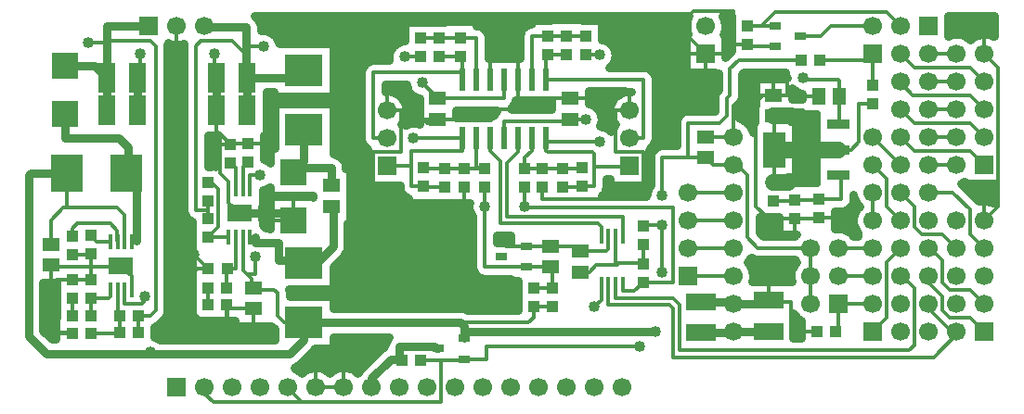
<source format=gtl>
G04 DipTrace 2.4.0.2*
%INTop.gbr*%
%MOIN*%
%ADD13C,0.013*%
%ADD14C,0.03*%
%ADD15C,0.025*%
%ADD16C,0.06*%
%ADD17C,0.04*%
%ADD18R,0.0591X0.0512*%
%ADD19R,0.0394X0.0433*%
%ADD20R,0.063X0.1063*%
%ADD21R,0.0433X0.0394*%
%ADD22R,0.0512X0.0591*%
%ADD23R,0.1063X0.063*%
%ADD25R,0.0945X0.0945*%
%ADD26R,0.0669X0.0669*%
%ADD27C,0.0669*%
%ADD28R,0.1161X0.1378*%
%ADD29R,0.1378X0.1161*%
%ADD31R,0.0413X0.0256*%
%ADD33R,0.0157X0.0551*%
%ADD34R,0.0866X0.0591*%
%ADD35R,0.0846X0.0374*%
%ADD36R,0.0846X0.128*%
%ADD37R,0.0236X0.0787*%
%FSLAX44Y44*%
G04*
G70*
G90*
G75*
G01*
%LNTop*%
%LPD*%
X33752Y15377D2*
D13*
Y14438D1*
X33690Y14376D1*
X28753Y6878D2*
D14*
X29878D1*
D13*
X29940Y6940D1*
X31190D2*
D14*
X29940D1*
X23443Y7834D2*
D13*
X22755D1*
X12328Y10316D2*
Y9116D1*
X12453Y8992D1*
X12629Y8816D1*
Y8565D1*
X12691Y8503D1*
X14504Y7253D2*
X13816D1*
X13567Y7503D1*
Y8315D1*
X13442Y8440D1*
X12754D1*
X12691Y8503D1*
X12584Y12048D2*
Y12566D1*
X12941D1*
X12754Y9628D2*
Y8992D1*
X12453D1*
X8078Y10173D2*
Y11116D1*
X7816Y11378D1*
X6003D1*
Y12628D1*
X5441Y10066D2*
Y10941D1*
X5878Y11378D1*
X6003D1*
X14504Y7253D2*
D14*
Y6627D1*
X14004Y6128D1*
X8941D1*
X5253D1*
X4628Y6753D1*
Y12566D1*
X4691Y12628D1*
X6003D1*
X20255Y6688D2*
Y6940D1*
Y7128D1*
X20130Y7253D1*
X14504D1*
X33752Y15377D2*
D13*
Y15946D1*
X33694Y16004D1*
X32506D1*
X32444Y16066D1*
X22755Y7834D2*
Y7440D1*
X22568Y7253D1*
X20130D1*
X27131Y6940D2*
D14*
X20255D1*
X8078Y8440D2*
D13*
Y7940D1*
X8691D1*
X8816Y8065D1*
Y8190D1*
X9004Y6190D2*
X8941Y6128D1*
X21692Y13879D2*
Y14504D1*
X24005D1*
X24067Y14566D1*
X8566Y7503D2*
Y6878D1*
X7441Y16066D2*
D14*
Y14879D1*
X5941Y16504D2*
X7003D1*
X7441Y16066D1*
Y17379D1*
D13*
X9004D1*
X9191Y17191D1*
Y7690D1*
X9004Y7503D1*
X8566D1*
X7441Y17379D2*
D14*
Y17940D1*
X8940D1*
X24067Y14566D2*
D13*
X24630D1*
X6753Y17316D2*
X7378D1*
Y16128D1*
X7441Y16066D1*
X13940Y4940D2*
Y4879D1*
X14442Y4378D1*
X19442D1*
Y5878D1*
X18692D1*
X19442D2*
X20255D1*
Y5940D1*
X29940Y12940D2*
X29190D1*
X28940Y13190D1*
X32690Y7940D2*
Y8940D1*
Y9940D1*
X30815D1*
X30440Y10315D1*
Y12565D1*
X30065Y12940D1*
X29940D1*
X28940Y13190D2*
X28318D1*
Y14440D1*
X29440D1*
X29690Y14690D1*
Y15315D1*
X29815Y15440D1*
Y16377D1*
X30128Y16690D1*
X32378D1*
X28318Y13190D2*
X27380D1*
Y11816D1*
Y10753D2*
X26711D1*
X26693Y10735D1*
X10940Y4940D2*
Y4691D1*
X11254Y4378D1*
X14442D1*
X20255Y5940D2*
X21067D1*
Y6378D1*
X26568D1*
X27380Y9066D2*
Y10753D1*
X19317Y15314D2*
X21692D1*
Y16005D1*
X12481Y16066D2*
D14*
Y14879D1*
Y16066D2*
X14234D1*
D13*
X14504Y16336D1*
X11066Y11628D2*
Y11296D1*
Y10985D1*
Y11296D2*
X10629D1*
Y17191D1*
X10816Y17379D1*
X11941D1*
X12441Y16879D1*
D14*
Y16106D1*
D13*
X12481Y16066D1*
X12441Y16879D2*
D14*
Y17191D1*
Y17879D1*
X11001D1*
D13*
X10940Y17940D1*
X19317Y15314D2*
Y15316D1*
X18755Y15879D1*
X13066Y17191D2*
X12441D1*
X36940Y16940D2*
X37940D1*
X35940D2*
X36440Y16440D1*
X38440D1*
X38940Y15940D1*
X36940D2*
X37940D1*
X35940D2*
Y15878D1*
X36378Y15440D1*
X38440D1*
X38940Y14940D1*
X36940D2*
X37940D1*
X35940D2*
X36440Y14440D1*
X38440D1*
X38940Y13940D1*
X36940D2*
X37940D1*
X35940D2*
X36440Y13440D1*
X38440D1*
X38940Y12940D1*
X36940D2*
X37940D1*
X36940Y11940D2*
X37815D1*
X38440Y11315D1*
Y10440D1*
X38940Y9940D1*
X35940Y11940D2*
X36440Y11440D1*
Y10690D1*
X36690Y10440D1*
X37440D1*
X37940Y9940D1*
X36940D2*
X37003D1*
X37440Y9503D1*
Y8690D1*
X37690Y8440D1*
X38440D1*
X38940Y7940D1*
X24943Y7815D2*
X25193Y8065D1*
Y8628D1*
X21192Y13879D2*
Y13441D1*
X21567Y13066D1*
Y10816D1*
X25068D1*
X25193Y10691D1*
Y10360D1*
X25960D2*
Y11066D1*
X21817D1*
Y13003D1*
X22192Y13378D1*
Y13878D1*
Y13879D1*
X32127Y11002D2*
X32984D1*
X33002Y11021D1*
X31377Y15438D2*
X31877D1*
X32543D1*
Y15377D1*
X33003D1*
X28753Y7980D2*
D14*
X29900D1*
D13*
X29940Y7940D1*
D14*
X31088D1*
D13*
X31190Y8042D1*
X29940Y13940D2*
X28942D1*
X28940Y13938D1*
X32940Y6940D2*
X32128D1*
X32003Y7065D1*
Y8002D1*
X31230D1*
X31190Y8042D1*
X31877Y15438D2*
Y15940D1*
X30815D1*
X29940Y15065D1*
Y13940D1*
X31440Y17192D2*
X30519D1*
X30440Y17271D1*
X31377Y15438D2*
X31001D1*
X30752Y15190D1*
Y11440D1*
X31190Y11002D1*
X32127D1*
X38940Y16940D2*
X39440Y16440D1*
Y11440D1*
X38940Y10940D1*
X30440Y17271D2*
X29940D1*
Y18442D1*
X28506D1*
X28381Y18317D1*
Y17499D1*
X28940Y16940D1*
X25449Y10360D2*
Y9884D1*
X25380Y9816D1*
X24445D1*
X24443Y9814D1*
X22505Y10001D2*
X23380D1*
X24443D1*
Y9814D1*
X24067Y15314D2*
X22257D1*
X22192Y15379D1*
Y16004D1*
Y16005D1*
X19317Y14566D2*
X20192D1*
X20567Y14941D1*
X21942D1*
X22257Y15256D1*
Y15314D1*
X21192Y16005D2*
Y17504D1*
X22192D1*
Y16005D1*
X23067Y12129D2*
Y11691D1*
X26693D1*
Y13395D1*
X25693D1*
Y14879D1*
X26192D1*
X17504Y14878D2*
X18005D1*
Y13391D1*
X17004D1*
Y11628D1*
X20380D1*
X20255D1*
Y12129D1*
X19317Y14566D2*
Y14441D1*
X18942D1*
X18505Y14878D1*
X17504D1*
X24067Y15314D2*
X25070D1*
X25505Y14879D1*
X26192D1*
X12200Y11182D2*
D14*
X13888D1*
D13*
X14129Y10941D1*
X11816Y12048D2*
Y11566D1*
X12200Y11182D1*
X11379Y16066D2*
D14*
Y14879D1*
X12504Y13691D2*
D13*
X11897D1*
X11879Y13673D1*
X11379Y14879D2*
Y14173D1*
X11879Y13673D1*
X11816Y12048D2*
Y12316D1*
X11504Y12628D1*
Y14073D1*
X11879Y13673D1*
X11085Y9191D2*
X10691D1*
X10566Y9066D1*
Y7565D1*
X10754Y7378D1*
X11691D1*
X11754Y7440D1*
Y7860D1*
X11736Y7878D1*
X12691Y7755D2*
X11859D1*
X11736Y7878D1*
X6191Y9690D2*
X6860D1*
X6878Y9709D1*
Y9253D1*
Y8797D1*
X6191Y8779D2*
X6860D1*
X6878Y8797D1*
Y9253D2*
X8003D1*
X7950Y9307D1*
X8334Y8440D2*
Y8923D1*
X7950Y9307D1*
X5441Y9318D2*
X5626D1*
X5691Y9253D1*
X6878D1*
X5441Y9318D2*
Y6878D1*
X6173D1*
X6191Y6860D1*
X8543Y16066D2*
D14*
Y14879D1*
X15940Y4940D2*
D13*
X14940D1*
X8543Y16066D2*
X8629D1*
Y16941D1*
X11379Y16066D2*
X11316D1*
Y16941D1*
X7950Y9307D2*
D3*
X12191Y11191D2*
D3*
X11085Y9191D2*
X11066D1*
X10566Y9691D1*
X12691Y6690D2*
Y7755D1*
X16940Y9440D2*
X20380D1*
Y10253D1*
Y11628D1*
X22505Y10001D2*
X21757D1*
X21505Y10253D1*
X31440Y17940D2*
X30940D1*
X30440D1*
X35940D2*
X35440Y18440D1*
X31440D1*
X30940Y17940D1*
X31407Y13471D2*
Y12326D1*
X31377Y12297D1*
X31407Y13471D2*
Y14661D1*
X31377Y14690D1*
X33690Y13471D2*
X34158D1*
X34440Y13753D1*
Y15127D1*
X34940D1*
X31407Y13471D2*
X33690D1*
X36940Y8940D2*
X36690D1*
X37440Y8190D1*
Y7690D1*
X37690Y7440D1*
X38440D1*
X38940Y6940D1*
X25705Y8628D2*
Y8128D1*
X27756D1*
X28006Y7878D1*
Y6252D1*
X36252D1*
X36440Y6440D1*
Y8503D1*
X35940Y9003D1*
Y8940D1*
X8334Y10173D2*
X8504Y10191D1*
D14*
Y12274D1*
X8149Y12628D1*
X5941Y14772D2*
Y13879D1*
X7878D1*
X8191Y13566D1*
Y12670D1*
X8149Y12628D1*
X6860Y6860D2*
D13*
X7878D1*
X7897Y6878D1*
Y7503D2*
Y6878D1*
X7822Y8440D2*
Y7578D1*
X7897Y7503D1*
X7566Y8440D2*
Y8190D1*
X7503Y8128D1*
X6878D1*
Y7485D1*
X6191Y8110D2*
Y7503D1*
X6209Y7485D1*
X14504Y9399D2*
D14*
X14962D1*
X15567Y10003D1*
Y11378D1*
X15504Y11441D1*
X12584Y10316D2*
D13*
X12754D1*
D14*
Y10128D1*
X13618D1*
Y9503D1*
X14399D1*
X14504Y9399D1*
X7566Y10173D2*
D13*
X7084D1*
X6878Y10378D1*
X6191Y10360D2*
Y10628D1*
X6378Y10815D1*
X7566D1*
X7816Y10565D1*
Y10179D1*
X7822Y10173D1*
X15504Y12189D2*
D14*
Y12816D1*
X13986D1*
X14129Y12673D1*
X14504Y14191D2*
Y13048D1*
X14129Y12673D1*
X11816Y10316D2*
D13*
X11066D1*
Y12298D2*
X11210D1*
X11441Y12066D1*
Y10691D1*
X11066Y10316D1*
X12072D2*
Y9196D1*
X12066Y9191D1*
X11754D1*
X11736Y8503D2*
Y9172D1*
X11754Y9191D1*
X11066Y8503D2*
Y7878D1*
X12072Y12048D2*
Y12810D1*
X11879Y13003D1*
X12328Y12048D2*
Y12846D1*
X12504Y13022D1*
X31377Y11628D2*
X32127D1*
Y11672D1*
X32984D1*
X33002Y11690D1*
X33815D1*
Y12440D1*
X33690Y12565D1*
X34940Y17940D2*
X33440D1*
X33066Y17566D1*
X32346D1*
X26693Y10066D2*
Y9360D1*
X25705Y10360D2*
Y9378D1*
X26755D1*
X26774Y9360D1*
X26693D1*
X24443Y9065D2*
X24755D1*
X25005Y9316D1*
X25767D1*
X25705Y9378D1*
X34940Y15797D2*
Y16940D1*
X33047Y16690D2*
X34690D1*
X34940Y16940D1*
X20692Y13879D2*
Y12878D1*
X20755Y12816D1*
X20987D1*
X21005Y12798D1*
X20255D2*
X20768D1*
X20755Y12816D1*
X20255Y12798D2*
X19567D1*
X18835D1*
X18817Y12816D1*
X22692Y13879D2*
Y13441D1*
X22442Y13191D1*
Y12798D1*
X23067D1*
X23817D1*
X24487D1*
X24505Y12816D1*
X20692Y16005D2*
Y17504D1*
X20130D1*
X19398D1*
X19380Y17486D1*
X18692D1*
X23943Y17566D2*
X23273D1*
X23255Y17548D1*
X22711D1*
X22692Y17566D1*
Y16005D1*
X24630Y17548D2*
X23961D1*
X23943Y17566D1*
X28318Y8941D2*
X29940D1*
Y8940D1*
X28318Y9941D2*
X29940D1*
Y9940D1*
X28318Y10941D2*
X29940D1*
Y10940D1*
X28318Y11941D2*
X29940D1*
Y11940D1*
X34940Y7940D2*
X33690D1*
Y7021D1*
X33609Y6940D1*
X34940Y8940D2*
X33690D1*
X34940Y9940D2*
X33690D1*
X34940Y11940D2*
Y10940D1*
X25960Y8628D2*
Y8378D1*
X26380D1*
X26693Y8690D1*
X22755Y8503D2*
X23443D1*
Y9253D1*
X22505D1*
X23380D1*
X22505D2*
X21005D1*
Y11441D1*
Y12129D1*
X26693Y8690D2*
X27756D1*
Y11378D1*
X22505D1*
X22442Y11441D1*
Y12128D1*
Y12129D1*
X36940Y7940D2*
X36753D1*
X37753Y6940D1*
X37940D1*
X25449Y8628D2*
Y7878D1*
X27631D1*
X27756Y7753D1*
Y6003D1*
X37128D1*
X37940Y6815D1*
Y6940D1*
X18023Y5878D2*
D14*
Y5940D1*
X17629D1*
X16940Y5251D1*
Y4940D1*
X19349Y6314D2*
X19256D1*
X19192Y6378D1*
X17942D1*
Y5878D1*
X18023D1*
X19567Y12129D2*
D13*
X18835D1*
X18817Y12147D1*
X18380D1*
Y12878D1*
Y13441D1*
X20192D1*
Y13879D1*
X17504Y12878D2*
X18380D1*
X18692Y16816D2*
X18130D1*
X18442Y13879D2*
X20192D1*
Y16005D2*
Y16772D1*
X20130Y16835D1*
X19398D1*
X19380Y16816D1*
X17504Y13878D2*
X17004D1*
Y16254D1*
X20192D1*
Y16005D1*
X23817Y12129D2*
X24487D1*
X24505Y12147D1*
X24943D1*
Y12850D1*
Y13316D1*
X24880Y13378D1*
X23255D1*
X23193Y13441D1*
Y13878D1*
X23192Y13879D1*
X24943Y12850D2*
X26164D1*
X26192Y12879D1*
X24630Y16879D2*
X25130D1*
Y13754D2*
X23192D1*
Y13879D1*
Y16005D2*
Y16816D1*
X23255Y16879D1*
X23924D1*
X23943Y16897D1*
X26192Y13879D2*
X26693D1*
Y16005D1*
X23192D1*
X34940Y13940D2*
X35940Y12940D1*
Y9940D2*
X35440Y9440D1*
Y7440D1*
X34940Y6940D1*
Y12940D2*
X35440Y12440D1*
Y11440D1*
X35940Y10940D1*
D17*
X12941Y12566D3*
X12754Y9628D3*
X32444Y16066D3*
X27131Y6940D3*
X8816Y8190D3*
X9004Y6190D3*
X24630Y14566D3*
X6753Y17316D3*
X27380Y11816D3*
Y10753D3*
X26568Y6378D3*
X27380Y9066D3*
Y10753D3*
X18755Y15879D3*
X13066Y17191D3*
X24943Y7815D3*
X8629Y16941D3*
X11316D3*
X7950Y9307D3*
X12191Y11191D3*
X10566Y9691D3*
X12691Y6690D3*
X16940Y9440D3*
X21505Y10253D3*
X20380D3*
X21005Y11441D3*
X22442D3*
X18130Y16816D3*
X18442Y13879D3*
X25130Y16879D3*
Y13754D3*
X9940Y15940D3*
Y15440D3*
Y14940D3*
Y14440D3*
Y13940D3*
Y13440D3*
Y12940D3*
Y12440D3*
Y11940D3*
Y11440D3*
Y10940D3*
Y10440D3*
Y9940D3*
Y9440D3*
Y8940D3*
X16440Y15940D3*
Y15440D3*
Y14940D3*
Y14440D3*
Y13940D3*
Y13440D3*
Y12940D3*
Y12440D3*
Y11940D3*
Y11440D3*
Y10940D3*
Y10440D3*
Y9940D3*
Y9440D3*
Y8940D3*
X32256Y14504D3*
Y14004D3*
Y13504D3*
Y13004D3*
X32819Y14504D3*
Y14004D3*
Y13504D3*
Y13004D3*
X32256Y12503D3*
X32819D3*
X31381Y13754D3*
Y13254D3*
X32033Y14566D2*
D15*
X32905D1*
X32190Y14318D2*
X32905D1*
X32190Y14069D2*
X32905D1*
X32190Y13820D2*
X32905D1*
X32190Y13572D2*
X32905D1*
X32190Y13323D2*
X32905D1*
X32190Y13074D2*
X32905D1*
X32190Y12825D2*
X32905D1*
X32190Y12577D2*
X32905D1*
X31936Y12328D2*
X32905D1*
X32934Y14747D2*
X32413D1*
Y14814D1*
X32006Y14815D1*
X32008Y14446D1*
X32165Y14445D1*
Y12496D1*
X31909D1*
Y12252D1*
X32928D1*
X32932Y12793D1*
X32936Y13087D1*
X32932Y13199D1*
Y14749D1*
X31377Y14690D2*
D16*
X32007D1*
X31377Y12297D2*
X31909D1*
X32932Y13471D2*
X33690D1*
X31407D2*
X32164D1*
X12972Y17991D2*
D14*
X18104D1*
X20719D2*
X22623D1*
X25218D2*
X28217D1*
X29663D2*
X29853D1*
X37668D2*
X39261D1*
X13349Y17693D2*
X18104D1*
X21104D2*
X22254D1*
X25218D2*
X28258D1*
X29622D2*
X29853D1*
X37668D2*
X39261D1*
X13620Y17394D2*
X18104D1*
X21149D2*
X22238D1*
X25386D2*
X28213D1*
X29667D2*
X29853D1*
X9650Y17095D2*
X10172D1*
X15584D2*
X17612D1*
X21149D2*
X22238D1*
X25677D2*
X28213D1*
X29667D2*
X29853D1*
X9650Y16797D2*
X10172D1*
X15584D2*
X17538D1*
X21149D2*
X22238D1*
X25718D2*
X28213D1*
X9650Y16498D2*
X10172D1*
X15584D2*
X16623D1*
X25574D2*
X28213D1*
X9650Y16199D2*
X10172D1*
X15584D2*
X16549D1*
X27104D2*
X29357D1*
X30270D2*
X31768D1*
X9650Y15900D2*
X10172D1*
X15584D2*
X16549D1*
X27149D2*
X29357D1*
X30270D2*
X30690D1*
X9650Y15602D2*
X10172D1*
X15584D2*
X16549D1*
X17462D2*
X18235D1*
X27149D2*
X29345D1*
X30270D2*
X30690D1*
X9650Y15303D2*
X10172D1*
X13189D2*
X16549D1*
X18086D2*
X18629D1*
X24754D2*
X25609D1*
X27149D2*
X29234D1*
X30250D2*
X30690D1*
X32066D2*
X32355D1*
X9650Y15004D2*
X10172D1*
X13189D2*
X13424D1*
X15584D2*
X16549D1*
X18221D2*
X18629D1*
X22015D2*
X23382D1*
X25012D2*
X25477D1*
X27149D2*
X29234D1*
X30147D2*
X30678D1*
X9650Y14706D2*
X10172D1*
X13189D2*
X13424D1*
X15584D2*
X16549D1*
X18209D2*
X18629D1*
X20005D2*
X21286D1*
X25205D2*
X25486D1*
X27149D2*
X27954D1*
X30147D2*
X30673D1*
X9650Y14407D2*
X10172D1*
X13189D2*
X13424D1*
X15584D2*
X16549D1*
X18049D2*
X18223D1*
X25201D2*
X25650D1*
X27149D2*
X27860D1*
X9650Y14108D2*
X10172D1*
X13189D2*
X13424D1*
X15584D2*
X16549D1*
X27149D2*
X27860D1*
X9650Y13810D2*
X10172D1*
X11085D2*
X11292D1*
X13091D2*
X13424D1*
X15584D2*
X16554D1*
X27145D2*
X27860D1*
X9650Y13511D2*
X10172D1*
X11085D2*
X11292D1*
X13091D2*
X13424D1*
X15584D2*
X16759D1*
X9650Y13212D2*
X10172D1*
X11085D2*
X11292D1*
X13091D2*
X13264D1*
X15859D2*
X16779D1*
X9650Y12914D2*
X10172D1*
X11085D2*
X11292D1*
X16035D2*
X16779D1*
X9650Y12615D2*
X10172D1*
X16191D2*
X16779D1*
X9650Y12316D2*
X10172D1*
X16191D2*
X16779D1*
X9650Y12018D2*
X10172D1*
X13095D2*
X13264D1*
X16191D2*
X17944D1*
X25382D2*
X26827D1*
X38370D2*
X39261D1*
X9650Y11719D2*
X10172D1*
X13054D2*
X13264D1*
X16191D2*
X18227D1*
X38669D2*
X39261D1*
X9650Y11420D2*
X10172D1*
X13054D2*
X13264D1*
X16191D2*
X20413D1*
X34174D2*
X34405D1*
X9650Y11121D2*
X10209D1*
X13025D2*
X13264D1*
X16191D2*
X20511D1*
X33592D2*
X34237D1*
X9650Y10823D2*
X10476D1*
X13054D2*
X13264D1*
X16191D2*
X20548D1*
X30897D2*
X31539D1*
X33592D2*
X34225D1*
X9650Y10524D2*
X10476D1*
X16109D2*
X20548D1*
X30897D2*
X31539D1*
X34100D2*
X34352D1*
X9650Y10225D2*
X10476D1*
X16109D2*
X20548D1*
X21461D2*
X21905D1*
X9650Y9927D2*
X10476D1*
X16101D2*
X20548D1*
X9650Y9628D2*
X10476D1*
X15945D2*
X20548D1*
X9650Y9329D2*
X10476D1*
X15646D2*
X20548D1*
X30549D2*
X32084D1*
X9650Y9031D2*
X10459D1*
X15584D2*
X20609D1*
X30660D2*
X31969D1*
X9650Y8732D2*
X10459D1*
X15584D2*
X22168D1*
X30635D2*
X31994D1*
X5172Y8433D2*
X5604D1*
X9650D2*
X10459D1*
X14005D2*
X22168D1*
X5172Y8135D2*
X5604D1*
X9650D2*
X10459D1*
X15584D2*
X22168D1*
X5172Y7836D2*
X5600D1*
X9650D2*
X10459D1*
X15584D2*
X22168D1*
X5172Y7537D2*
X5600D1*
X9621D2*
X10459D1*
X5172Y7239D2*
X5583D1*
X9371D2*
X12005D1*
X32111D2*
X32330D1*
X5196Y6940D2*
X5583D1*
X9174D2*
X13424D1*
X32111D2*
X32330D1*
X9367Y6641D2*
X13424D1*
X15584D2*
X17472D1*
X15584Y6342D2*
X17284D1*
X14674Y6044D2*
X16980D1*
X14374Y5745D2*
X16681D1*
X9144Y7096D2*
Y6736D1*
X9235Y6702D1*
X9337Y6641D1*
X13456Y6640D1*
X13453Y7012D1*
X13322Y7137D1*
X12034D1*
Y7320D1*
X10488Y7319D1*
X10492Y8437D1*
X10488Y8863D1*
Y9062D1*
X10508D1*
X10506Y9550D1*
X10507Y10884D1*
X10382Y10947D1*
X10288Y11038D1*
X10226Y11153D1*
X10202Y11296D1*
X10205Y17239D1*
X10189Y17289D1*
X10063Y17254D1*
X9932Y17243D1*
X9802Y17257D1*
X9676Y17295D1*
X9637Y17313D1*
Y17243D1*
X9616D1*
X9618Y13648D1*
Y7690D1*
X9598Y7561D1*
X9537Y7441D1*
X9400Y7296D1*
X9306Y7201D1*
X9196Y7123D1*
X9156Y7105D1*
X9144Y6944D1*
X9140D1*
X5632Y8200D2*
X5633Y8700D1*
X5141D1*
X5140Y6968D1*
X5463Y6642D1*
X5612D1*
Y7419D1*
X5631D1*
X5635Y8044D1*
X5632Y8688D1*
Y8700D1*
X11320Y12872D2*
X11324Y13582D1*
X11320Y13672D1*
Y13986D1*
X11056Y13985D1*
Y12873D1*
X11324Y12876D1*
X16161Y12058D2*
Y10823D1*
X16075D1*
X16079Y10003D1*
X16062Y9873D1*
X16013Y9752D1*
X15929Y9641D1*
X15555Y9267D1*
Y8456D1*
X13968D1*
X13993Y8344D1*
Y8197D1*
X15555Y8196D1*
Y7765D1*
X20130D1*
X20259Y7748D1*
X20384Y7697D1*
X20337Y7721D1*
X20523Y7680D1*
X22192D1*
X22196Y8412D1*
Y8765D1*
X21936Y8763D1*
Y8825D1*
X21005Y8826D1*
X20876Y8846D1*
X20758Y8904D1*
X20665Y8995D1*
X20602Y9110D1*
X20578Y9253D1*
Y11078D1*
X20532Y11136D1*
X20475Y11254D1*
X20446Y11381D1*
X20447Y11512D1*
X20456Y11548D1*
X19816Y11550D1*
X19008D1*
Y11570D1*
X18258Y11568D1*
Y11736D1*
X18133Y11798D1*
X18039Y11889D1*
X17977Y12004D1*
X17953Y12147D1*
Y12184D1*
X16808Y12182D1*
Y13502D1*
X16770Y13521D1*
X16673Y13609D1*
X16607Y13722D1*
X16577Y13878D1*
Y16254D1*
X16597Y16383D1*
X16656Y16500D1*
X16746Y16594D1*
X16861Y16656D1*
X17004Y16681D1*
X17583D1*
X17571Y16757D1*
X17572Y16888D1*
X17604Y17015D1*
X17664Y17131D1*
X17749Y17230D1*
X17856Y17307D1*
X17977Y17357D1*
X18134Y17376D1*
X18137Y17395D1*
X18133Y17826D1*
Y18064D1*
X19251Y18060D1*
X19346Y18064D1*
X19571D1*
Y18082D1*
X20689D1*
X20692Y17931D1*
X20821Y17911D1*
X20939Y17853D1*
X21033Y17762D1*
X21095Y17647D1*
X21119Y17504D1*
Y16762D1*
X21172Y16756D1*
X21290Y16760D1*
X22266D1*
Y17566D1*
X22286Y17696D1*
X22344Y17813D1*
X22435Y17907D1*
X22550Y17969D1*
X22682Y17993D1*
X22696Y18019D1*
Y18127D1*
X23381D1*
X23384Y18145D1*
X24501D1*
Y18124D1*
X25189Y18127D1*
Y17437D1*
X25362Y17391D1*
X25474Y17323D1*
X25568Y17232D1*
X25637Y17121D1*
X25680Y16997D1*
X25692Y16879D1*
X25677Y16749D1*
X25632Y16626D1*
X25560Y16517D1*
X25467Y16430D1*
X26693Y16431D1*
X26822Y16411D1*
X26939Y16353D1*
X27033Y16262D1*
X27095Y16147D1*
X27120Y16005D1*
Y13879D1*
X27100Y13749D1*
X27042Y13632D1*
X26959Y13545D1*
X26889Y13444D1*
Y12182D1*
X25496D1*
Y12424D1*
X25372Y12423D1*
X25370Y12147D1*
X25350Y12018D1*
X25292Y11901D1*
X25209Y11813D1*
X25392Y11805D1*
X26815D1*
X26823Y11887D1*
X26855Y12014D1*
X26915Y12131D1*
X26955Y12177D1*
X26954Y13190D1*
X26974Y13319D1*
X27032Y13436D1*
X27123Y13530D1*
X27238Y13592D1*
X27380Y13617D1*
X27893D1*
X27891Y14440D1*
X27911Y14569D1*
X27969Y14686D1*
X28060Y14780D1*
X28175Y14842D1*
X28318Y14867D1*
X29265D1*
X29263Y15315D1*
X29283Y15444D1*
X29358Y15583D1*
X29391Y15620D1*
X29388Y16240D1*
X29243Y16243D1*
X28243D1*
Y17637D1*
X28313D1*
X28278Y17724D1*
X28249Y17851D1*
X28245Y17982D1*
X28265Y18112D1*
X28309Y18235D1*
X28340Y18288D1*
X23954Y18290D1*
X12746D1*
X12785Y18258D1*
X12870Y18159D1*
X12927Y18041D1*
X12953Y17879D1*
Y17744D1*
X13043Y17753D1*
X13173Y17743D1*
X13298Y17703D1*
X13410Y17636D1*
X13504Y17544D1*
X13574Y17434D1*
X13619Y17276D1*
X15555Y17279D1*
Y15394D1*
X13453D1*
X13446Y15554D1*
X13155D1*
X13158Y15173D1*
Y13985D1*
X13063Y13981D1*
Y13112D1*
X13173Y13078D1*
X13294Y13002D1*
Y13507D1*
X13453Y13510D1*
Y15133D1*
X15555D1*
Y13325D1*
X15617Y13315D1*
X15740Y13270D1*
X15848Y13195D1*
X15933Y13096D1*
X15989Y12978D1*
X16016Y12804D1*
X16161Y12807D1*
X16157Y11571D1*
X14847Y11772D2*
Y11837D1*
X13294Y11838D1*
Y12130D1*
X13162Y12049D1*
X13024Y12011D1*
X13025Y11410D1*
X12996D1*
X12995Y10952D1*
X13025Y10953D1*
Y10752D1*
X13148Y10642D1*
X13291Y10640D1*
X13294Y10867D1*
Y11775D1*
X14847D1*
X32386Y15302D2*
Y15507D1*
X32279Y15529D1*
X32159Y15582D1*
X32036Y15683D1*
X32035Y15304D1*
X32390Y15302D1*
X30720Y15052D2*
X30724Y15308D1*
X30720Y15398D1*
Y16056D1*
X31882D1*
X31799Y16131D1*
Y16266D1*
X30934Y16263D1*
X30306D1*
X30241Y16200D1*
X30242Y15440D1*
X30222Y15311D1*
X30147Y15172D1*
X30114Y15135D1*
X30115Y14646D1*
X30120Y14613D1*
X30243Y14568D1*
X30355Y14500D1*
X30452Y14412D1*
X30532Y14308D1*
X30590Y14191D1*
X30621Y14085D1*
Y14472D1*
X30699D1*
X30703Y14883D1*
X30715Y15030D1*
X30720Y15161D1*
Y15319D1*
X32188Y10424D2*
X31569D1*
Y11050D1*
X30867Y11049D1*
Y10494D1*
X30994Y10365D1*
X32140Y10367D1*
X19974Y14888D2*
X19975Y14634D1*
X20672Y14630D1*
X21106Y14634D1*
X21172Y14630D1*
X21335Y14738D1*
X21438Y14846D1*
X21430Y14887D1*
X19974Y14882D1*
X19970Y14696D1*
X18660Y14397D2*
Y15324D1*
X18590Y15341D1*
X18470Y15394D1*
X18366Y15473D1*
X18282Y15574D1*
X18225Y15692D1*
X18196Y15823D1*
X17432Y15827D1*
X17431Y15569D1*
X17529Y15575D1*
X17659Y15558D1*
X17783Y15517D1*
X17898Y15453D1*
X17998Y15370D1*
X18082Y15268D1*
X18145Y15153D1*
X18185Y15029D1*
X18201Y14899D1*
X18193Y14774D1*
X18161Y14647D1*
X18106Y14528D1*
X18030Y14421D1*
X17989Y14378D1*
X18168Y14369D1*
X18289Y14419D1*
X18418Y14440D1*
X18549Y14430D1*
X18662Y14394D1*
X24724Y15184D2*
X24725Y15122D1*
X24862Y15078D1*
X24974Y15011D1*
X25068Y14919D1*
X25137Y14808D1*
X25180Y14684D1*
X25192Y14566D1*
X25177Y14436D1*
X25133Y14317D1*
X25237Y14305D1*
X25362Y14266D1*
X25474Y14198D1*
X25541Y14132D1*
X25628Y14287D1*
X25706Y14376D1*
X25609Y14497D1*
X25548Y14613D1*
X25510Y14738D1*
X25496Y14868D1*
X25506Y14999D1*
X25541Y15125D1*
X25599Y15243D1*
X25677Y15348D1*
X25774Y15436D1*
X25886Y15504D1*
X26009Y15551D1*
X26138Y15573D1*
X26266Y15571D1*
X25906Y15578D1*
X24720D1*
X24725Y15486D1*
Y15119D1*
X23410Y14928D2*
X23414Y15184D1*
X23410Y15249D1*
X22712Y15253D1*
X22462Y15249D1*
X22114D1*
X22103Y15199D1*
X22049Y15080D1*
X21947Y14972D1*
X21955Y14931D1*
X23410Y14932D1*
Y15195D1*
X23172Y15249D1*
X22212Y15253D1*
X22111Y15249D1*
X22099Y15185D1*
X22041Y15068D1*
X21950Y14974D1*
X32083Y7596D2*
Y6678D1*
X32365Y6679D1*
X32361Y6854D1*
X32355Y7329D1*
X32247Y7403D1*
X32154Y7495D1*
X32083Y7591D1*
Y7365D1*
X30601Y8719D2*
X32028Y8724D1*
X31999Y8851D1*
X31995Y8982D1*
X32015Y9112D1*
X32059Y9235D1*
X32125Y9348D1*
X32204Y9437D1*
X32142Y9512D1*
X30815Y9513D1*
X30686Y9533D1*
X30566Y9594D1*
X30528Y9567D1*
X30420Y9439D1*
X30502Y9351D1*
X30569Y9239D1*
X30614Y9116D1*
X30637Y8940D1*
X30624Y8810D1*
X30598Y8719D1*
X37637Y18288D2*
Y17566D1*
X37808Y17624D1*
X37938Y17637D1*
X38068Y17625D1*
X38194Y17589D1*
X38311Y17529D1*
X38440Y17422D1*
X38501Y17481D1*
X38610Y17554D1*
X38731Y17605D1*
X38859Y17632D1*
X38990Y17635D1*
X39120Y17613D1*
X39243Y17568D1*
X39290Y17543D1*
Y18289D1*
X37640Y18290D1*
X33562Y10624D2*
X33688Y10637D1*
X33818Y10625D1*
X33944Y10589D1*
X34061Y10529D1*
X34165Y10449D1*
X34239Y10367D1*
X34391D1*
X34404Y10495D1*
X34330Y10603D1*
X34278Y10724D1*
X34249Y10851D1*
X34245Y10982D1*
X34265Y11112D1*
X34309Y11235D1*
X34375Y11348D1*
X34454Y11437D1*
X34330Y11603D1*
X34278Y11724D1*
X34249Y11864D1*
X34242Y11690D1*
X34222Y11561D1*
X34164Y11444D1*
X34073Y11350D1*
X33958Y11288D1*
X33815Y11263D1*
X33561Y11258D1*
Y10624D1*
X38749Y11610D2*
X38886Y11635D1*
X39017Y11632D1*
X39145Y11606D1*
X39266Y11556D1*
X39290Y11543D1*
Y12244D1*
X38243Y12243D1*
Y12313D1*
X38094Y12262D1*
X38744Y11614D1*
X29566Y17637D2*
X29637D1*
Y16802D1*
X29862Y17023D1*
X29881Y17060D1*
Y18292D1*
X29544Y18290D1*
X29614Y18116D1*
X29637Y17940D1*
X29624Y17810D1*
X29588Y17684D1*
X29564Y17636D1*
X15555Y6740D2*
Y6310D1*
X14903D1*
X14773Y6173D1*
X14366Y5766D1*
X14263Y5686D1*
X14162Y5641D1*
X14194Y5589D1*
X14311Y5529D1*
X14440Y5422D1*
X14501Y5481D1*
X14610Y5554D1*
X14731Y5605D1*
X14859Y5632D1*
X14990Y5635D1*
X15120Y5613D1*
X15243Y5568D1*
X15355Y5500D1*
X15440Y5425D1*
X15543Y5513D1*
X15658Y5577D1*
X15782Y5618D1*
X15912Y5636D1*
X16043Y5629D1*
X16170Y5598D1*
X16289Y5543D1*
X16396Y5467D1*
X16440Y5425D1*
X16472Y5454D1*
X16555Y5588D1*
X17267Y6302D1*
X17353Y6371D1*
X17443Y6491D1*
X17488Y6614D1*
X17577Y6736D1*
X17111Y6741D1*
X15557D1*
X21936Y10117D2*
Y10390D1*
X21567Y10389D1*
X21448Y10406D1*
X21432Y10391D1*
Y10116D1*
X21937Y10117D1*
X5441Y9318D2*
D13*
Y8700D1*
X5633Y8779D2*
X6191D1*
X12691Y7755D2*
Y7138D1*
X11321Y13673D2*
X11879D1*
X11379Y14879D2*
Y13986D1*
X11736Y7878D2*
Y7320D1*
X10507Y9191D2*
X11085D1*
X32386Y15377D2*
X33003D1*
X31377Y16055D2*
Y15438D1*
X30721D2*
X32034D1*
X32127Y11002D2*
Y10424D1*
X31569Y11002D2*
X32127D1*
X18660Y14566D2*
X19974D1*
X23410Y15314D2*
X24724D1*
X31190Y8719D2*
Y8042D1*
X14129Y11775D2*
Y10941D1*
X13295D2*
X14129D1*
X38940Y11636D2*
Y10940D1*
Y17636D2*
Y16940D1*
X9940Y17940D2*
Y17244D1*
X17504Y15575D2*
Y14878D1*
X18201D1*
X26192Y15575D2*
Y14879D1*
X25496D2*
X26192D1*
X28940Y16940D2*
Y16244D1*
X28244Y16940D2*
X29636D1*
X5613Y6860D2*
X6191D1*
X12504Y13691D2*
X13062D1*
X33002Y11021D2*
X33561D1*
X29882Y17271D2*
X30440D1*
X20255Y12129D2*
Y11551D1*
X32362Y6940D2*
X32940D1*
X12200Y11182D2*
X12995D1*
X21937Y10001D2*
X22505D1*
X22192Y16760D2*
Y15249D1*
X21192Y16760D2*
Y16005D1*
X14940Y5636D2*
Y4940D1*
X15940Y5636D2*
Y4940D1*
D18*
X5441Y10066D3*
Y9318D3*
D19*
X6878Y10378D3*
Y9709D3*
D20*
X7441Y14879D3*
X8543D3*
X7441Y16066D3*
X8543D3*
D21*
X8566Y6878D3*
X7897D3*
D19*
X6191Y8110D3*
Y8779D3*
X6878Y8128D3*
Y8797D3*
D18*
X12691Y8503D3*
Y7755D3*
D19*
X11879Y13003D3*
Y13673D3*
D18*
X15504Y11441D3*
Y12189D3*
D20*
X11379Y14879D3*
X12481D3*
X11379Y16066D3*
X12481D3*
D19*
X11066Y10316D3*
Y10985D3*
D21*
Y7878D3*
X11736D3*
X11754Y9191D3*
X11085D3*
D22*
X33752Y15377D3*
X33003D3*
D18*
X31377Y14690D3*
Y15438D3*
D19*
X32127Y11672D3*
Y11002D3*
X19567Y12129D3*
Y12798D3*
D18*
X24443Y9065D3*
Y9814D3*
X23380Y9253D3*
Y10001D3*
D19*
X23817Y12129D3*
Y12798D3*
X19380Y16816D3*
Y17486D3*
X23943Y16897D3*
Y17566D3*
D18*
X19317Y14566D3*
Y15314D3*
X24067Y14566D3*
Y15314D3*
X28940Y13190D3*
Y13938D3*
D23*
X28753Y6878D3*
Y7980D3*
X31190Y6940D3*
Y8042D3*
D25*
X5941Y16504D3*
Y14772D3*
X14129Y10941D3*
Y12673D3*
D26*
X36940Y17940D3*
D27*
X35940D3*
X36940Y16940D3*
X35940D3*
X36940Y15940D3*
X35940D3*
X36940Y14940D3*
X35940D3*
X36940Y13940D3*
X35940D3*
X36940Y12940D3*
X35940D3*
X36940Y11940D3*
X35940D3*
X36940Y10940D3*
X35940D3*
X36940Y9940D3*
X35940D3*
X36940Y8940D3*
X35940D3*
X36940Y7940D3*
X35940D3*
X36940Y6940D3*
X35940D3*
D26*
X33690Y7940D3*
D27*
X32690D3*
X33690Y8940D3*
X32690D3*
X33690Y9940D3*
X32690D3*
D26*
X38940Y6940D3*
D27*
X37940D3*
X38940Y7940D3*
X37940D3*
X38940Y8940D3*
X37940D3*
X38940Y9940D3*
X37940D3*
X38940Y10940D3*
X37940D3*
D26*
X38940Y12940D3*
D27*
X37940D3*
X38940Y13940D3*
X37940D3*
X38940Y14940D3*
X37940D3*
X38940Y15940D3*
X37940D3*
X38940Y16940D3*
X37940D3*
D26*
X8940Y17940D3*
D27*
X9940D3*
X10940D3*
D26*
X17504Y12878D3*
D27*
Y13878D3*
Y14878D3*
D26*
X26192Y12879D3*
D27*
Y13879D3*
Y14879D3*
D26*
X34940Y16940D3*
D27*
Y17940D3*
D26*
X28940Y16940D3*
D27*
Y17940D3*
D26*
X28318Y8941D3*
D27*
Y9941D3*
Y10941D3*
Y11941D3*
D28*
X6003Y12628D3*
X8149D3*
D29*
X14504Y7253D3*
Y9399D3*
Y14191D3*
Y16336D3*
D31*
X31440Y17940D3*
Y17192D3*
X32346Y17566D3*
X20255Y5940D3*
Y6688D3*
X19349Y6314D3*
D21*
X8566Y7503D3*
X7897D3*
X6191Y6860D3*
X6860D3*
X6878Y7485D3*
X6209D3*
D19*
X6191Y9690D3*
Y10360D3*
X12504Y13691D3*
Y13022D3*
X11066Y11628D3*
Y12298D3*
D21*
Y8503D3*
X11736D3*
D19*
X31377Y11628D3*
Y12297D3*
X33002Y11021D3*
Y11690D3*
X30440Y17940D3*
Y17271D3*
D21*
X32378Y16690D3*
X33047D3*
D19*
X34940Y15127D3*
Y15797D3*
X22755Y8503D3*
Y7834D3*
X23443Y8503D3*
Y7834D3*
X26693Y10066D3*
Y10735D3*
Y8690D3*
Y9360D3*
X21005Y12129D3*
Y12798D3*
X20255Y12129D3*
Y12798D3*
X18817Y12816D3*
Y12147D3*
X22442Y12129D3*
Y12798D3*
X23067Y12129D3*
Y12798D3*
X24505Y12816D3*
Y12147D3*
X20130Y17504D3*
Y16835D3*
X18692Y16816D3*
Y17486D3*
X23255Y17548D3*
Y16879D3*
X24630D3*
Y17548D3*
D21*
X18692Y5878D3*
X18023D3*
X32940Y6940D3*
X33609D3*
D33*
X7566Y8440D3*
X7822D3*
X8078D3*
X8334D3*
Y10173D3*
X8078D3*
X7822D3*
X7566D3*
D34*
X7950Y9307D3*
D33*
X11816Y10316D3*
X12072D3*
X12328D3*
X12584D3*
Y12048D3*
X12328D3*
X12072D3*
X11816D3*
D34*
X12200Y11182D3*
D35*
X33690Y12565D3*
Y13471D3*
Y14376D3*
D36*
X31407Y13471D3*
D33*
X25193Y8628D3*
X25449D3*
X25705D3*
X25960D3*
Y10360D3*
X25705D3*
X25449D3*
X25193D3*
D31*
X22505Y9253D3*
Y10001D3*
X21599Y9627D3*
D37*
X20192Y13879D3*
X20692D3*
X21192D3*
X21692D3*
X22192D3*
X22692D3*
X23192D3*
Y16005D3*
X22692D3*
X22192D3*
X21692D3*
X21192D3*
X20692D3*
X20192D3*
D26*
X9940Y4940D3*
D27*
X10940D3*
X11940D3*
X12940D3*
X13940D3*
X14940D3*
X15940D3*
X16940D3*
X17940D3*
X18940D3*
X19940D3*
X20940D3*
X21940D3*
X22940D3*
X23940D3*
X24940D3*
X25940D3*
D26*
X34940Y6940D3*
D27*
Y7940D3*
Y8940D3*
Y9940D3*
Y10940D3*
Y11940D3*
Y12940D3*
Y13940D3*
X29940Y6940D3*
Y7940D3*
Y8940D3*
Y9940D3*
Y10940D3*
Y11940D3*
Y12940D3*
Y13940D3*
M02*

</source>
